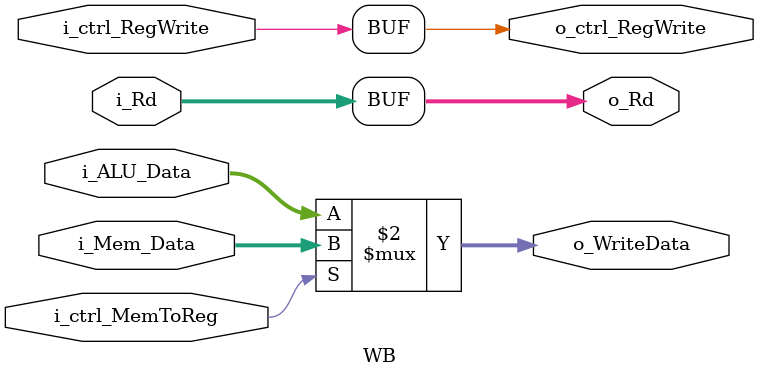
<source format=v>
module WB
#(parameter DATA_WIDTH = 32)
(input [DATA_WIDTH-1:0] i_ALU_Data,
 input [DATA_WIDTH-1:0] i_Mem_Data,
 input i_ctrl_MemToReg,
 input i_ctrl_RegWrite,
 input [4:0] i_Rd,
 output reg [DATA_WIDTH-1:0] o_WriteData,
 output reg o_ctrl_RegWrite,
 output reg [4:0] o_Rd
 );
 always@(*) begin
	o_WriteData = (i_ctrl_MemToReg)?i_Mem_Data:i_ALU_Data;
	o_Rd = i_Rd;
	o_ctrl_RegWrite = i_ctrl_RegWrite;
 end
endmodule 
</source>
